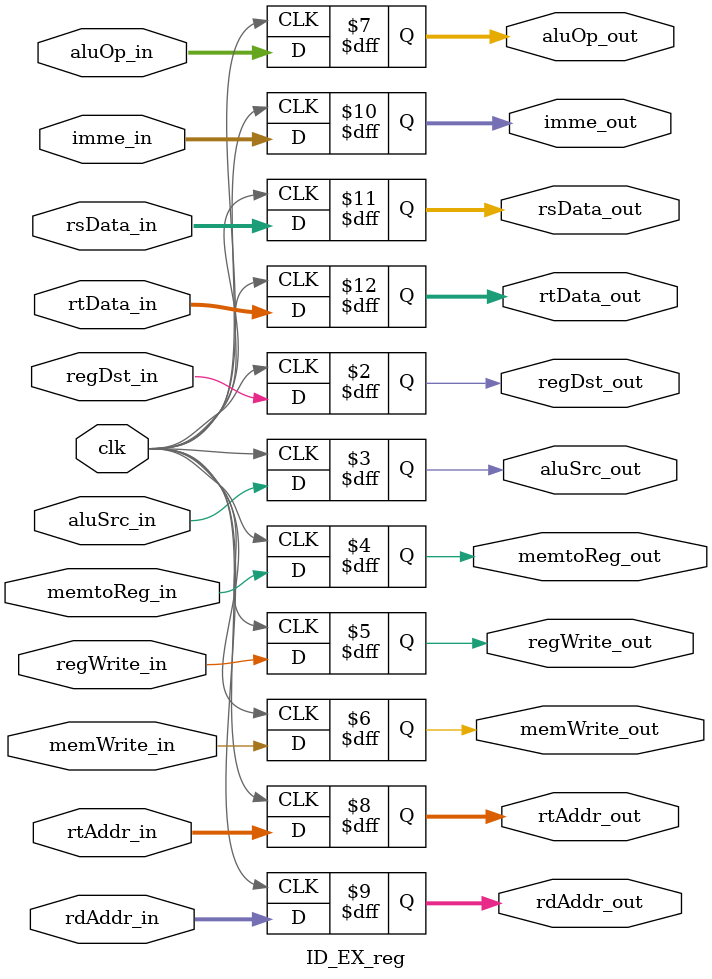
<source format=v>
module ID_EX_reg(
  input clk,
  input regDst_in, aluSrc_in, memtoReg_in, regWrite_in, memWrite_in,
  input [1:0] aluOp_in,
  input [4:0] rtAddr_in, rdAddr_in,
  input [31:0] imme_in, rsData_in, rtData_in,
  output reg regDst_out, aluSrc_out, memtoReg_out, regWrite_out, memWrite_out,
  output reg [1:0] aluOp_out,
  output reg [4:0] rtAddr_out, rdAddr_out,
  output reg [31:0] imme_out, rsData_out, rtData_out
  );
  
  always @(posedge clk)
  begin
    regDst_out = regDst_in;
    aluSrc_out = aluSrc_in;
    memtoReg_out = memtoReg_in;
    regWrite_out = regWrite_in;
    memWrite_out = memWrite_in;
    aluOp_out = aluOp_in;
    rtAddr_out = rtAddr_in;
    rdAddr_out = rdAddr_in;
    imme_out = imme_in;
    rsData_out = rsData_in;
    rtData_out = rtData_in;
  end
  
endmodule
</source>
